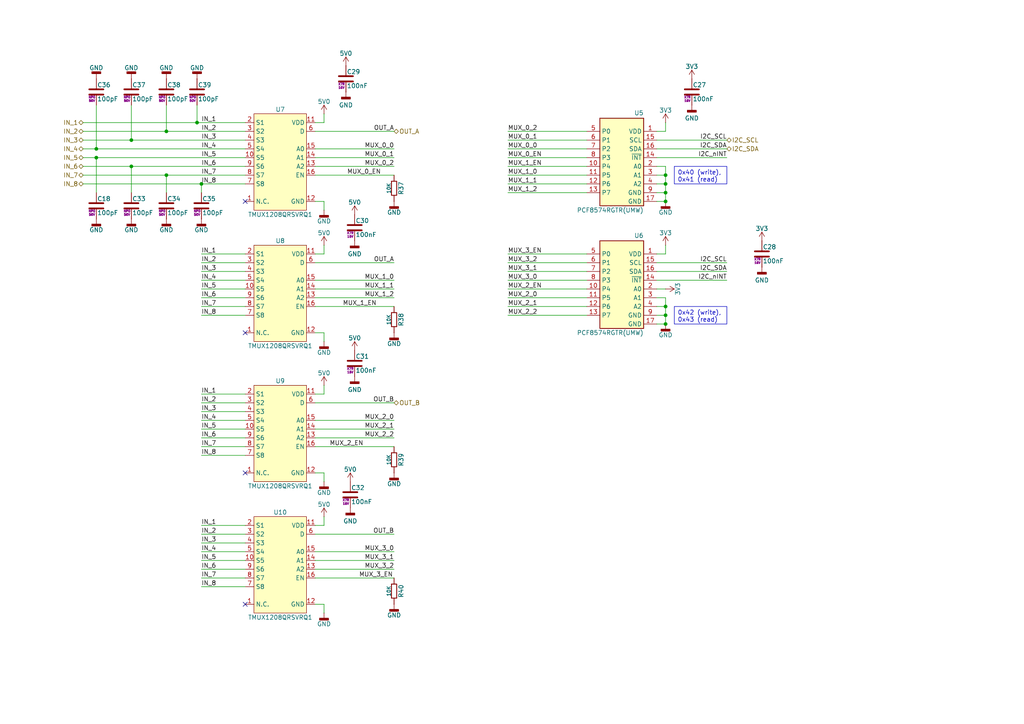
<source format=kicad_sch>
(kicad_sch (version 20250114) (generator "eeschema") (generator_version "9.0")
  (paper "A4")
  (lib_symbols
    (symbol "Capacitor:CC0402JRNPO9BN101" (pin_numbers (hide yes)) (pin_names (offset 0) (hide yes))
      (property "Reference" "C" (at 0.254 2.032 0))
      (property "Value" "100pF" (at 0.254 -2.032 0))
      (property "Dielectric" "NP0" (at -1.27 -1.524 0))
      (property "Voltage" "50V" (at -1.27 -2.54 0))
      (symbol "CC0402JRNPO9BN101_0_1"
        (polyline (pts (xy -2.032 0.762) (xy 2.032 0.762)) (stroke (width 0.508)))
        (polyline (pts (xy -2.032 -0.762) (xy 2.032 -0.762)) (stroke (width 0.508)))
      )
      (symbol "CC0402JRNPO9BN101_1_1"
        (pin passive line (at 0 3.81 270) (length 2.794) (name "~") (number "1"))
        (pin passive line (at 0 -3.81 90) (length 2.794) (name "~") (number "2"))
      )
    )
    (symbol "Capacitor:CL05B104KO5NNNC" (pin_numbers (hide yes)) (pin_names (offset 0) (hide yes))
      (property "Reference" "C" (at 0.254 2.032 0))
      (property "Value" "100nF" (at 0.254 -2.032 0))
      (property "Dielectric" "X7R" (at -1.27 -1.524 0))
      (property "Voltage" "16V" (at -1.27 -2.54 0))
      (symbol "CL05B104KO5NNNC_0_1"
        (polyline (pts (xy -2.032 0.762) (xy 2.032 0.762)) (stroke (width 0.508)))
        (polyline (pts (xy -2.032 -0.762) (xy 2.032 -0.762)) (stroke (width 0.508)))
      )
      (symbol "CL05B104KO5NNNC_1_1"
        (pin passive line (at 0 3.81 270) (length 2.794) (name "~") (number "1"))
        (pin passive line (at 0 -3.81 90) (length 2.794) (name "~") (number "2"))
      )
    )
    (symbol "ICs:PCF8574RGTR"
      (property "Reference" "U" (at -6.35 12.954 0))
      (property "Value" "PCF8574RGTR(UMW)" (at -6.35 -15.24 0))
      (symbol "PCF8574RGTR_0_1"
        (rectangle (start -6.35 11.43) (end 6.35 -13.97) (stroke (width 0.254)) (fill (type background)))
      )
      (symbol "PCF8574RGTR_1_1"
        (pin power_in line (at -10.16 7.62 0) (length 3.81) (name "VDD") (number "1"))
        (pin input line (at -10.16 5.08 0) (length 3.81) (name "SCL") (number "15"))
        (pin bidirectional line (at -10.16 2.54 0) (length 3.81) (name "SDA") (number "16"))
        (pin open_collector line (at -10.16 0 0) (length 3.81) (name "~{INT}") (number "14"))
        (pin input line (at -10.16 -2.54 0) (length 3.81) (name "A0") (number "2"))
        (pin input line (at -10.16 -5.08 0) (length 3.81) (name "A1") (number "3"))
        (pin input line (at -10.16 -7.62 0) (length 3.81) (name "A2") (number "4"))
        (pin power_in line (at -10.16 -10.16 0) (length 3.81) (name "GND") (number "9"))
        (pin power_in line (at -10.16 -12.7 0) (length 3.81) (name "GND") (number "17"))
        (pin bidirectional line (at 10.16 7.62 180) (length 3.81) (name "P0") (number "5"))
        (pin bidirectional line (at 10.16 5.08 180) (length 3.81) (name "P1") (number "6"))
        (pin bidirectional line (at 10.16 2.54 180) (length 3.81) (name "P2") (number "7"))
        (pin bidirectional line (at 10.16 0 180) (length 3.81) (name "P3") (number "8"))
        (pin bidirectional line (at 10.16 -2.54 180) (length 3.81) (name "P4") (number "10"))
        (pin bidirectional line (at 10.16 -5.08 180) (length 3.81) (name "P5") (number "11"))
        (pin bidirectional line (at 10.16 -7.62 180) (length 3.81) (name "P6") (number "12"))
        (pin bidirectional line (at 10.16 -10.16 180) (length 3.81) (name "P7") (number "13"))
      )
    )
    (symbol "ICs:TMUX1208QRSVRQ1"
      (property "Reference" "U" (at 0 13.97 0))
      (property "Value" "TMUX1208QRSVRQ1" (at 0 -16.51 0))
      (symbol "TMUX1208QRSVRQ1_0_1"
        (rectangle (start -7.62 12.7) (end 7.62 -15.24) (fill (type background)))
        (pin unspecified line (at -10.16 10.16 0) (length 2.54) (name "VDD") (number "11"))
        (pin unspecified line (at -10.16 7.62 0) (length 2.54) (name "D") (number "6"))
        (pin unspecified line (at -10.16 2.54 0) (length 2.54) (name "A0") (number "15"))
        (pin unspecified line (at -10.16 0 0) (length 2.54) (name "A1") (number "14"))
        (pin unspecified line (at -10.16 -2.54 0) (length 2.54) (name "A2") (number "13"))
        (pin unspecified line (at -10.16 -5.08 0) (length 2.54) (name "EN") (number "16"))
        (pin unspecified line (at -10.16 -12.7 0) (length 2.54) (name "GND") (number "12"))
        (pin unspecified line (at 10.16 10.16 180) (length 2.54) (name "S1") (number "2"))
        (pin unspecified line (at 10.16 7.62 180) (length 2.54) (name "S2") (number "3"))
        (pin unspecified line (at 10.16 5.08 180) (length 2.54) (name "S3") (number "4"))
        (pin unspecified line (at 10.16 2.54 180) (length 2.54) (name "S4") (number "5"))
        (pin unspecified line (at 10.16 0 180) (length 2.54) (name "S5") (number "10"))
        (pin unspecified line (at 10.16 -2.54 180) (length 2.54) (name "S6") (number "9"))
        (pin unspecified line (at 10.16 -5.08 180) (length 2.54) (name "S7") (number "8"))
        (pin unspecified line (at 10.16 -7.62 180) (length 2.54) (name "S8") (number "7"))
        (pin unspecified line (at 10.16 -12.7 180) (length 2.54) (name "N.C.") (number "1"))
      )
    )
    (symbol "Resistor:0402WGF1002TCE" (pin_numbers (hide yes)) (pin_names (offset 0))
      (property "Reference" "R" (at 2.032 0 90))
      (property "Value" "10K" (at -1.524 0 90))
      (symbol "0402WGF1002TCE_0_1"
        (rectangle (start -0.762 2.032) (end 0.762 -2.032) (stroke (width 0.254)))
      )
      (symbol "0402WGF1002TCE_1_1"
        (pin passive line (at 0 3.81 270) (length 1.778) (name "~") (number "1"))
        (pin passive line (at 0 -3.81 90) (length 1.778) (name "~") (number "2"))
      )
    )
    (symbol "power:+3V3" (power) (pin_numbers (hide yes)) (pin_names (offset 0) (hide yes))
      (property "Value" "+3V3" (at 0 3.556 0))
      (symbol "+3V3_0_1"
        (polyline (pts (xy -0.762 1.27) (xy 0 2.54)))
        (polyline (pts (xy 0 2.54) (xy 0.762 1.27)))
        (polyline (pts (xy 0 0) (xy 0 2.54)))
      )
      (symbol "+3V3_1_1"
        (pin power_in line (at 0 0 90) (length 0) (name "~") (number "1"))
      )
    )
    (symbol "power:+5V" (power) (pin_numbers (hide yes)) (pin_names (offset 0) (hide yes))
      (property "Value" "+5V" (at 0 3.556 0))
      (symbol "+5V_0_1"
        (polyline (pts (xy -0.762 1.27) (xy 0 2.54)))
        (polyline (pts (xy 0 2.54) (xy 0.762 1.27)))
        (polyline (pts (xy 0 0) (xy 0 2.54)))
      )
      (symbol "+5V_1_1"
        (pin power_in line (at 0 0 90) (length 0) (name "~") (number "1"))
      )
    )
    (symbol "power:GNDD" (power) (pin_numbers (hide yes)) (pin_names (offset 0) (hide yes))
      (property "Value" "GNDD" (at 0 -3.175 0))
      (symbol "GNDD_0_1"
        (rectangle (start -1.27 -1.524) (end 1.27 -2.032) (stroke (width 0.254)) (fill (type outline)))
        (polyline (pts (xy 0 0) (xy 0 -1.524)))
      )
      (symbol "GNDD_1_1"
        (pin power_in line (at 0 0 270) (length 0) (name "~") (number "1"))
      )
    )
  )
  (text_box "0x40 (write), 0x41 (read)" (at 195.58 48.26 0) (size 15.24 5.08) (margins 0.9525 0.9525 0.9525 0.9525) (effects (font (size 1.27 1.27)) (justify left top)))
  (text_box "0x42 (write), 0x43 (read)" (at 195.58 88.9 0) (size 15.24 5.08) (margins 0.9525 0.9525 0.9525 0.9525) (effects (font (size 1.27 1.27)) (justify left top)))
  (junction (at 38.1 48.26))
  (junction (at 48.26 38.1))
  (junction (at 193.04 50.8))
  (junction (at 193.04 53.34))
  (junction (at 193.04 58.42))
  (junction (at 58.42 53.34))
  (junction (at 193.04 88.9))
  (junction (at 27.94 43.18))
  (junction (at 57.15 35.56))
  (junction (at 27.94 45.72))
  (junction (at 38.1 40.64))
  (junction (at 48.26 50.8))
  (junction (at 193.04 55.88))
  (junction (at 193.04 91.44))
  (junction (at 193.04 93.98))
  (no_connect (at 71.12 58.42))
  (no_connect (at 71.12 137.16))
  (no_connect (at 71.12 96.52))
  (no_connect (at 71.12 175.26))
  (wire (pts (xy 93.98 111.76) (xy 93.98 114.3)))
  (wire (pts (xy 91.44 38.1) (xy 114.3 38.1)))
  (wire (pts (xy 93.98 152.4) (xy 91.44 152.4)))
  (wire (pts (xy 170.18 38.1) (xy 147.32 38.1)))
  (wire (pts (xy 38.1 48.26) (xy 38.1 55.88)))
  (wire (pts (xy 93.98 139.7) (xy 93.98 137.16)))
  (wire (pts (xy 193.04 91.44) (xy 193.04 93.98)))
  (wire (pts (xy 24.13 38.1) (xy 48.26 38.1)))
  (wire (pts (xy 58.42 162.56) (xy 71.12 162.56)))
  (wire (pts (xy 91.44 175.26) (xy 93.98 175.26)))
  (wire (pts (xy 91.44 96.52) (xy 93.98 96.52)))
  (wire (pts (xy 170.18 81.28) (xy 147.32 81.28)))
  (wire (pts (xy 48.26 38.1) (xy 71.12 38.1)))
  (wire (pts (xy 91.44 48.26) (xy 114.3 48.26)))
  (wire (pts (xy 193.04 86.36) (xy 193.04 88.9)))
  (wire (pts (xy 48.26 50.8) (xy 71.12 50.8)))
  (wire (pts (xy 91.44 76.2) (xy 114.3 76.2)))
  (wire (pts (xy 193.04 38.1) (xy 190.5 38.1)))
  (wire (pts (xy 91.44 58.42) (xy 93.98 58.42)))
  (wire (pts (xy 170.18 43.18) (xy 147.32 43.18)))
  (wire (pts (xy 170.18 50.8) (xy 147.32 50.8)))
  (wire (pts (xy 57.15 30.48) (xy 57.15 35.56)))
  (wire (pts (xy 91.44 121.92) (xy 114.3 121.92)))
  (wire (pts (xy 93.98 114.3) (xy 91.44 114.3)))
  (wire (pts (xy 93.98 35.56) (xy 91.44 35.56)))
  (wire (pts (xy 48.26 50.8) (xy 48.26 55.88)))
  (wire (pts (xy 58.42 129.54) (xy 71.12 129.54)))
  (wire (pts (xy 193.04 71.12) (xy 193.04 73.66)))
  (wire (pts (xy 91.44 167.64) (xy 114.3 167.64)))
  (wire (pts (xy 93.98 33.02) (xy 93.98 35.56)))
  (wire (pts (xy 58.42 165.1) (xy 71.12 165.1)))
  (wire (pts (xy 24.13 53.34) (xy 58.42 53.34)))
  (wire (pts (xy 170.18 55.88) (xy 147.32 55.88)))
  (wire (pts (xy 190.5 81.28) (xy 210.82 81.28)))
  (wire (pts (xy 58.42 167.64) (xy 71.12 167.64)))
  (wire (pts (xy 58.42 127) (xy 71.12 127)))
  (wire (pts (xy 58.42 116.84) (xy 71.12 116.84)))
  (wire (pts (xy 58.42 76.2) (xy 71.12 76.2)))
  (wire (pts (xy 24.13 35.56) (xy 57.15 35.56)))
  (wire (pts (xy 93.98 99.06) (xy 93.98 96.52)))
  (wire (pts (xy 24.13 45.72) (xy 27.94 45.72)))
  (wire (pts (xy 170.18 53.34) (xy 147.32 53.34)))
  (wire (pts (xy 170.18 91.44) (xy 147.32 91.44)))
  (wire (pts (xy 170.18 86.36) (xy 147.32 86.36)))
  (wire (pts (xy 193.04 53.34) (xy 193.04 55.88)))
  (wire (pts (xy 91.44 81.28) (xy 114.3 81.28)))
  (wire (pts (xy 91.44 162.56) (xy 114.3 162.56)))
  (wire (pts (xy 91.44 127) (xy 114.3 127)))
  (wire (pts (xy 58.42 53.34) (xy 71.12 53.34)))
  (wire (pts (xy 91.44 43.18) (xy 114.3 43.18)))
  (wire (pts (xy 91.44 154.94) (xy 114.3 154.94)))
  (wire (pts (xy 57.15 35.56) (xy 71.12 35.56)))
  (wire (pts (xy 24.13 50.8) (xy 48.26 50.8)))
  (wire (pts (xy 24.13 43.18) (xy 27.94 43.18)))
  (wire (pts (xy 58.42 83.82) (xy 71.12 83.82)))
  (wire (pts (xy 170.18 76.2) (xy 147.32 76.2)))
  (wire (pts (xy 193.04 88.9) (xy 193.04 91.44)))
  (wire (pts (xy 58.42 152.4) (xy 71.12 152.4)))
  (wire (pts (xy 190.5 83.82) (xy 193.04 83.82)))
  (wire (pts (xy 58.42 78.74) (xy 71.12 78.74)))
  (wire (pts (xy 58.42 91.44) (xy 71.12 91.44)))
  (wire (pts (xy 170.18 73.66) (xy 147.32 73.66)))
  (wire (pts (xy 58.42 53.34) (xy 58.42 55.88)))
  (wire (pts (xy 190.5 93.98) (xy 193.04 93.98)))
  (wire (pts (xy 27.94 45.72) (xy 27.94 55.88)))
  (wire (pts (xy 193.04 48.26) (xy 193.04 50.8)))
  (wire (pts (xy 58.42 86.36) (xy 71.12 86.36)))
  (wire (pts (xy 170.18 48.26) (xy 147.32 48.26)))
  (wire (pts (xy 27.94 43.18) (xy 71.12 43.18)))
  (wire (pts (xy 193.04 35.56) (xy 193.04 38.1)))
  (wire (pts (xy 190.5 40.64) (xy 210.82 40.64)))
  (wire (pts (xy 58.42 88.9) (xy 71.12 88.9)))
  (wire (pts (xy 27.94 45.72) (xy 71.12 45.72)))
  (wire (pts (xy 170.18 78.74) (xy 147.32 78.74)))
  (wire (pts (xy 58.42 124.46) (xy 71.12 124.46)))
  (wire (pts (xy 91.44 124.46) (xy 114.3 124.46)))
  (wire (pts (xy 91.44 129.54) (xy 114.3 129.54)))
  (wire (pts (xy 93.98 73.66) (xy 91.44 73.66)))
  (wire (pts (xy 190.5 45.72) (xy 210.82 45.72)))
  (wire (pts (xy 190.5 43.18) (xy 210.82 43.18)))
  (wire (pts (xy 58.42 114.3) (xy 71.12 114.3)))
  (wire (pts (xy 38.1 40.64) (xy 71.12 40.64)))
  (wire (pts (xy 58.42 121.92) (xy 71.12 121.92)))
  (wire (pts (xy 193.04 73.66) (xy 190.5 73.66)))
  (wire (pts (xy 58.42 119.38) (xy 71.12 119.38)))
  (wire (pts (xy 91.44 86.36) (xy 114.3 86.36)))
  (wire (pts (xy 93.98 60.96) (xy 93.98 58.42)))
  (wire (pts (xy 190.5 91.44) (xy 193.04 91.44)))
  (wire (pts (xy 93.98 71.12) (xy 93.98 73.66)))
  (wire (pts (xy 193.04 55.88) (xy 193.04 58.42)))
  (wire (pts (xy 190.5 86.36) (xy 193.04 86.36)))
  (wire (pts (xy 58.42 157.48) (xy 71.12 157.48)))
  (wire (pts (xy 170.18 88.9) (xy 147.32 88.9)))
  (wire (pts (xy 91.44 83.82) (xy 114.3 83.82)))
  (wire (pts (xy 91.44 137.16) (xy 93.98 137.16)))
  (wire (pts (xy 91.44 50.8) (xy 114.3 50.8)))
  (wire (pts (xy 170.18 83.82) (xy 147.32 83.82)))
  (wire (pts (xy 190.5 58.42) (xy 193.04 58.42)))
  (wire (pts (xy 170.18 45.72) (xy 147.32 45.72)))
  (wire (pts (xy 190.5 78.74) (xy 210.82 78.74)))
  (wire (pts (xy 93.98 177.8) (xy 93.98 175.26)))
  (wire (pts (xy 38.1 48.26) (xy 71.12 48.26)))
  (wire (pts (xy 190.5 55.88) (xy 193.04 55.88)))
  (wire (pts (xy 58.42 73.66) (xy 71.12 73.66)))
  (wire (pts (xy 58.42 132.08) (xy 71.12 132.08)))
  (wire (pts (xy 91.44 88.9) (xy 114.3 88.9)))
  (wire (pts (xy 190.5 53.34) (xy 193.04 53.34)))
  (wire (pts (xy 24.13 48.26) (xy 38.1 48.26)))
  (wire (pts (xy 24.13 40.64) (xy 38.1 40.64)))
  (wire (pts (xy 91.44 45.72) (xy 114.3 45.72)))
  (wire (pts (xy 27.94 30.48) (xy 27.94 43.18)))
  (wire (pts (xy 91.44 160.02) (xy 114.3 160.02)))
  (wire (pts (xy 93.98 149.86) (xy 93.98 152.4)))
  (wire (pts (xy 58.42 160.02) (xy 71.12 160.02)))
  (wire (pts (xy 170.18 40.64) (xy 147.32 40.64)))
  (wire (pts (xy 58.42 154.94) (xy 71.12 154.94)))
  (wire (pts (xy 190.5 48.26) (xy 193.04 48.26)))
  (wire (pts (xy 190.5 50.8) (xy 193.04 50.8)))
  (wire (pts (xy 91.44 165.1) (xy 114.3 165.1)))
  (wire (pts (xy 38.1 30.48) (xy 38.1 40.64)))
  (wire (pts (xy 190.5 76.2) (xy 210.82 76.2)))
  (wire (pts (xy 193.04 50.8) (xy 193.04 53.34)))
  (wire (pts (xy 48.26 30.48) (xy 48.26 38.1)))
  (wire (pts (xy 58.42 170.18) (xy 71.12 170.18)))
  (wire (pts (xy 190.5 88.9) (xy 193.04 88.9)))
  (wire (pts (xy 91.44 116.84) (xy 114.3 116.84)))
  (wire (pts (xy 58.42 81.28) (xy 71.12 81.28)))
  (label "MUX_0_1" (at 147.32 40.64 0))
  (label "MUX_1_2" (at 147.32 55.88 0))
  (label "IN_8" (at 58.42 91.44 0))
  (label "MUX_2_EN" (at 105.41 129.54 180))
  (label "IN_3" (at 58.42 78.74 0))
  (label "IN_8" (at 58.42 53.34 0))
  (label "MUX_0_EN" (at 110.49 50.8 180))
  (label "MUX_3_2" (at 114.3 165.1 180))
  (label "IN_5" (at 58.42 45.72 0))
  (label "IN_3" (at 58.42 40.64 0))
  (label "IN_8" (at 58.42 132.08 0))
  (label "IN_7" (at 58.42 129.54 0))
  (label "IN_1" (at 58.42 114.3 0))
  (label "MUX_0_1" (at 114.3 45.72 180))
  (label "MUX_1_1" (at 114.3 83.82 180))
  (label "IN_6" (at 58.42 127 0))
  (label "IN_4" (at 58.42 81.28 0))
  (label "OUT_A" (at 114.3 76.2 180))
  (label "IN_8" (at 58.42 170.18 0))
  (label "MUX_3_2" (at 147.32 76.2 0))
  (label "MUX_1_EN" (at 109.22 88.9 180))
  (label "IN_2" (at 58.42 116.84 0))
  (label "MUX_3_0" (at 147.32 81.28 0))
  (label "MUX_1_0" (at 114.3 81.28 180))
  (label "IN_5" (at 58.42 124.46 0))
  (label "OUT_B" (at 114.3 154.94 180))
  (label "IN_6" (at 58.42 86.36 0))
  (label "IN_7" (at 58.42 167.64 0))
  (label "IN_5" (at 58.42 162.56 0))
  (label "IN_6" (at 58.42 48.26 0))
  (label "MUX_0_EN" (at 147.32 45.72 0))
  (label "MUX_3_EN" (at 104.14 167.64 0))
  (label "I2C_SDA" (at 210.82 78.74 180))
  (label "MUX_1_EN" (at 147.32 48.26 0))
  (label "MUX_2_2" (at 147.32 91.44 0))
  (label "IN_6" (at 58.42 165.1 0))
  (label "MUX_0_2" (at 114.3 48.26 180))
  (label "MUX_1_1" (at 147.32 53.34 0))
  (label "IN_2" (at 58.42 76.2 0))
  (label "IN_7" (at 58.42 50.8 0))
  (label "MUX_2_1" (at 114.3 124.46 180))
  (label "IN_3" (at 58.42 157.48 0))
  (label "IN_4" (at 58.42 160.02 0))
  (label "MUX_2_1" (at 147.32 88.9 0))
  (label "IN_5" (at 58.42 83.82 0))
  (label "MUX_0_0" (at 114.3 43.18 180))
  (label "MUX_3_0" (at 114.3 160.02 180))
  (label "IN_2" (at 58.42 154.94 0))
  (label "MUX_2_0" (at 114.3 121.92 180))
  (label "IN_1" (at 58.42 73.66 0))
  (label "IN_4" (at 58.42 43.18 0))
  (label "I2C_SCL" (at 210.82 76.2 180))
  (label "MUX_3_EN" (at 147.32 73.66 0))
  (label "I2C_SCL" (at 210.82 40.64 180))
  (label "IN_7" (at 58.42 88.9 0))
  (label "IN_3" (at 58.42 119.38 0))
  (label "MUX_0_0" (at 147.32 43.18 0))
  (label "OUT_B" (at 114.3 116.84 180))
  (label "IN_2" (at 58.42 38.1 0))
  (label "MUX_2_EN" (at 147.32 83.82 0))
  (label "OUT_A" (at 114.3 38.1 180))
  (label "MUX_2_0" (at 147.32 86.36 0))
  (label "MUX_0_2" (at 147.32 38.1 0))
  (label "MUX_1_0" (at 147.32 50.8 0))
  (label "MUX_3_1" (at 147.32 78.74 0))
  (label "I2C_nINT" (at 210.82 81.28 180))
  (label "IN_4" (at 58.42 121.92 0))
  (label "IN_1" (at 58.42 35.56 0))
  (label "MUX_3_1" (at 114.3 162.56 180))
  (label "I2C_SDA" (at 210.82 43.18 180))
  (label "MUX_2_2" (at 114.3 127 180))
  (label "IN_1" (at 58.42 152.4 0))
  (label "I2C_nINT" (at 210.82 45.72 180))
  (label "MUX_1_2" (at 114.3 86.36 180))
  (hierarchical_label "IN_3" (shape bidirectional) (at 24.13 40.64 180))
  (hierarchical_label "OUT_B" (shape bidirectional) (at 114.3 116.84 0))
  (hierarchical_label "I2C_SDA" (shape bidirectional) (at 210.82 43.18 0))
  (hierarchical_label "IN_6" (shape bidirectional) (at 24.13 48.26 180))
  (hierarchical_label "I2C_SCL" (shape bidirectional) (at 210.82 40.64 0))
  (hierarchical_label "IN_4" (shape bidirectional) (at 24.13 43.18 180))
  (hierarchical_label "IN_7" (shape bidirectional) (at 24.13 50.8 180))
  (hierarchical_label "IN_8" (shape bidirectional) (at 24.13 53.34 180))
  (hierarchical_label "IN_2" (shape bidirectional) (at 24.13 38.1 180))
  (hierarchical_label "IN_1" (shape bidirectional) (at 24.13 35.56 180))
  (hierarchical_label "OUT_A" (shape bidirectional) (at 114.3 38.1 0))
  (hierarchical_label "IN_5" (shape bidirectional) (at 24.13 45.72 180))
  (symbol (lib_id "Resistor:0402WGF1002TCE") (at 114.3 54.61 0) (unit 1)
    (property "Reference" "R37" (at 116.332 54.61 90))
    (property "Value" "10K" (at 112.776 54.61 90) (effects (font (size 1.016 1.016))))
    (property "Footprint" "7Sigma:R_0402_1005Metric" (effects (hide yes)))
    (property "Datasheet" "https://atta.szlcsc.com/upload/public/pdf/source/20200306/C422600_1E6D84923E4A46A82E41ADD87F860B5C.pdf" (effects (hide yes)))
    (property "Description" "10K 63mW 1% 0402" (effects (hide yes)))
    (property "Power" "63mW" (effects (hide yes)))
    (property "Tolerance" "1%" (effects (hide yes)))
    (property "Footprint_Name" "0402" (effects (hide yes)))
    (property "Manufacturer 1" "Uni-Royal" (effects (hide yes)))
    (property "Manufacturer Part Number 1" "0402WGF1002TCE" (effects (hide yes)))
    (property "Supplier 1" "LCSC" (effects (hide yes)))
    (property "Supplier Part Number 1" "C25744" (effects (hide yes)))
    (property "LCSC Part" "C25744" (effects (hide yes)))
  )
  (symbol (lib_id "ICs:PCF8574RGTR") (at 180.34 45.72 0) (mirror y) (unit 1)
    (property "Reference" "U5" (at 186.69 32.766 0) (effects (justify left)))
    (property "Value" "PCF8574RGTR(UMW)" (at 186.69 60.96 0) (effects (justify left)))
    (property "Footprint" "7Sigma:QFN-16-1EP_3x3mm_P0.5mm_EP1.7x1.7mm_ThermalVias" (effects (hide yes)))
    (property "Datasheet" "https://www.lcsc.com/datasheet/C22396384.pdf" (effects (hide yes)))
    (property "Description" "I2C I/O Port Expander" (effects (hide yes)))
    (property "Manufacturer 1" "UMW" (effects (hide yes)))
    (property "Manufacturer Part Number 1" "PCF8574RGTR(UMW)" (effects (hide yes)))
    (property "Supplier 1" "LCSC" (effects (hide yes)))
    (property "Supplier Part Number 1" "C22396384" (effects (hide yes)))
    (property "LCSC Part" "C22396384" (effects (hide yes)))
  )
  (symbol (lib_id "ICs:TMUX1208QRSVRQ1") (at 81.28 124.46 0) (mirror y) (unit 1)
    (property "Reference" "U9" (at 81.28 110.49 0))
    (property "Value" "TMUX1208QRSVRQ1" (at 81.28 140.97 0))
    (property "Footprint" "7Sigma:UQFN-16_1.8x2.6mm_P0.4mm" (effects (hide yes)))
    (property "Datasheet" "https://www.ti.com/lit/ds/symlink/tmux1208-q1.pdf" (effects (hide yes)))
    (property "Description" "I2C I/O Port Expander" (effects (hide yes)))
    (property "Manufacturer 1" "UMW" (effects (hide yes)))
    (property "Manufacturer Part Number 1" "TMUX1208QRSVRQ1" (effects (hide yes)))
    (property "Supplier 1" "LCSC" (effects (hide yes)))
    (property "Supplier Part Number 1" "C2876797" (effects (hide yes)))
    (property "LCSC Part" "C2876797" (effects (hide yes)))
  )
  (symbol (lib_id "power:GNDD") (at 93.98 60.96 0) (unit 1)
    (property "Reference" "#PWR066" (effects (hide yes)))
    (property "Value" "GND" (at 93.98 64.135 0))
    (property "Description" "Power symbol creates a global label with name \"GNDD\" , digital ground" (effects (hide yes)))
  )
  (symbol (lib_id "power:GNDD") (at 58.42 63.5 0) (unit 1)
    (property "Reference" "#PWR07" (effects (hide yes)))
    (property "Value" "GND" (at 58.42 66.675 0))
    (property "Description" "Power symbol creates a global label with name \"GNDD\" , digital ground" (effects (hide yes)))
  )
  (symbol (lib_id "power:+5V") (at 102.87 101.6 0) (unit 1)
    (property "Reference" "#PWR095" (effects (hide yes)))
    (property "Value" "5V0" (at 102.87 98.044 0))
    (property "Description" "Power symbol creates a global label with name \"+5V\"" (effects (hide yes)))
  )
  (symbol (lib_id "power:+5V") (at 100.33 19.05 0) (unit 1)
    (property "Reference" "#PWR091" (effects (hide yes)))
    (property "Value" "5V0" (at 100.33 15.494 0))
    (property "Description" "Power symbol creates a global label with name \"+5V\"" (effects (hide yes)))
  )
  (symbol (lib_id "power:+5V") (at 93.98 33.02 0) (unit 1)
    (property "Reference" "#PWR058" (effects (hide yes)))
    (property "Value" "5V0" (at 93.98 29.464 0))
    (property "Description" "Power symbol creates a global label with name \"+5V\"" (effects (hide yes)))
  )
  (symbol (lib_id "Capacitor:CC0402JRNPO9BN101") (at 27.94 59.69 0) (unit 1)
    (property "Reference" "C18" (at 28.194 57.658 0) (effects (justify left)))
    (property "Value" "100pF" (at 28.194 61.722 0) (effects (justify left)))
    (property "Footprint" "7Sigma:C_0402_1005Metric" (effects (hide yes)))
    (property "Datasheet" "https://www.lcsc.com/datasheet/C106200.pdf" (effects (hide yes)))
    (property "Description" "100pF 50V NP0 5% 0402" (effects (hide yes)))
    (property "Dielectric" "NP0" (at 26.67 61.214 0) (effects (font (size 0.635 0.635))))
    (property "Voltage" "50V" (at 26.67 62.23 0) (effects (font (size 0.635 0.635))))
    (property "Tolerance" "5%" (effects (hide yes)))
    (property "Footprint_Name" "0402" (effects (hide yes)))
    (property "Manufacturer 1" "YAGEO" (effects (hide yes)))
    (property "Manufacturer Part Number 1" "CC0402JRNPO9BN101" (effects (hide yes)))
    (property "Supplier 1" "LCSC" (effects (hide yes)))
    (property "Supplier Part Number 1" "C106200" (effects (hide yes)))
    (property "LCSC Part" "C106200" (effects (hide yes)))
  )
  (symbol (lib_id "power:+3V3") (at 193.04 71.12 0) (mirror y) (unit 1)
    (property "Reference" "#PWR069" (effects (hide yes)))
    (property "Value" "3V3" (at 193.04 67.564 0))
    (property "Description" "Power symbol creates a global label with name \"+3V3\"" (effects (hide yes)))
  )
  (symbol (lib_id "power:+5V") (at 93.98 71.12 0) (unit 1)
    (property "Reference" "#PWR059" (effects (hide yes)))
    (property "Value" "5V0" (at 93.98 67.564 0))
    (property "Description" "Power symbol creates a global label with name \"+5V\"" (effects (hide yes)))
  )
  (symbol (lib_id "Capacitor:CC0402JRNPO9BN101") (at 38.1 59.69 0) (unit 1)
    (property "Reference" "C33" (at 38.354 57.658 0) (effects (justify left)))
    (property "Value" "100pF" (at 38.354 61.722 0) (effects (justify left)))
    (property "Footprint" "7Sigma:C_0402_1005Metric" (effects (hide yes)))
    (property "Datasheet" "https://www.lcsc.com/datasheet/C106200.pdf" (effects (hide yes)))
    (property "Description" "100pF 50V NP0 5% 0402" (effects (hide yes)))
    (property "Dielectric" "NP0" (at 36.83 61.214 0) (effects (font (size 0.635 0.635))))
    (property "Voltage" "50V" (at 36.83 62.23 0) (effects (font (size 0.635 0.635))))
    (property "Tolerance" "5%" (effects (hide yes)))
    (property "Footprint_Name" "0402" (effects (hide yes)))
    (property "Manufacturer 1" "YAGEO" (effects (hide yes)))
    (property "Manufacturer Part Number 1" "CC0402JRNPO9BN101" (effects (hide yes)))
    (property "Supplier 1" "LCSC" (effects (hide yes)))
    (property "Supplier Part Number 1" "C106200" (effects (hide yes)))
    (property "LCSC Part" "C106200" (effects (hide yes)))
  )
  (symbol (lib_id "Capacitor:CL05B104KO5NNNC") (at 100.33 22.86 0) (unit 1)
    (property "Reference" "C29" (at 100.584 20.828 0) (effects (justify left)))
    (property "Value" "100nF" (at 100.584 24.892 0) (effects (justify left)))
    (property "Footprint" "7Sigma:C_0402_1005Metric" (effects (hide yes)))
    (property "Datasheet" "https://wmsc.lcsc.com/wmsc/upload/file/pdf/v2/lcsc/2304140030_Samsung-Electro-Mechanics-CL05B104KO5NNNC_C1525.pdf" (effects (hide yes)))
    (property "Description" "100nF 16V 10% 0402" (effects (hide yes)))
    (property "Dielectric" "X7R" (at 99.06 24.384 0) (effects (font (size 0.635 0.635))))
    (property "Voltage" "16V" (at 99.06 25.4 0) (effects (font (size 0.635 0.635))))
    (property "Tolerance" "10%" (effects (hide yes)))
    (property "Footprint_Name" "0402" (effects (hide yes)))
    (property "Manufacturer 1" "Samsung Electro-Mechanics" (effects (hide yes)))
    (property "Manufacturer Part Number 1" "CL05B104KO5NNNC" (effects (hide yes)))
    (property "Supplier 1" "LCSC" (effects (hide yes)))
    (property "Supplier Part Number 1" "C1525" (effects (hide yes)))
    (property "LCSC Part" "C1525" (effects (hide yes)))
    (property "JLCPCB Part Class" "Basic Part" (effects (hide yes)))
  )
  (symbol (lib_id "power:+3V3") (at 200.66 22.86 0) (unit 1)
    (property "Reference" "#PWR038" (effects (hide yes)))
    (property "Value" "3V3" (at 200.66 19.304 0))
    (property "Description" "Power symbol creates a global label with name \"+3V3\"" (effects (hide yes)))
  )
  (symbol (lib_id "Capacitor:CL05B104KO5NNNC") (at 200.66 26.67 0) (unit 1)
    (property "Reference" "C27" (at 200.914 24.638 0) (effects (justify left)))
    (property "Value" "100nF" (at 200.914 28.702 0) (effects (justify left)))
    (property "Footprint" "7Sigma:C_0402_1005Metric" (effects (hide yes)))
    (property "Datasheet" "https://wmsc.lcsc.com/wmsc/upload/file/pdf/v2/lcsc/2304140030_Samsung-Electro-Mechanics-CL05B104KO5NNNC_C1525.pdf" (effects (hide yes)))
    (property "Description" "100nF 16V 10% 0402" (effects (hide yes)))
    (property "Dielectric" "X7R" (at 199.39 28.194 0) (effects (font (size 0.635 0.635))))
    (property "Voltage" "16V" (at 199.39 29.21 0) (effects (font (size 0.635 0.635))))
    (property "Tolerance" "10%" (effects (hide yes)))
    (property "Footprint_Name" "0402" (effects (hide yes)))
    (property "Manufacturer 1" "Samsung Electro-Mechanics" (effects (hide yes)))
    (property "Manufacturer Part Number 1" "CL05B104KO5NNNC" (effects (hide yes)))
    (property "Supplier 1" "LCSC" (effects (hide yes)))
    (property "Supplier Part Number 1" "C1525" (effects (hide yes)))
    (property "LCSC Part" "C1525" (effects (hide yes)))
    (property "JLCPCB Part Class" "Basic Part" (effects (hide yes)))
  )
  (symbol (lib_id "power:+3V3") (at 193.04 35.56 0) (mirror y) (unit 1)
    (property "Reference" "#PWR062" (effects (hide yes)))
    (property "Value" "3V3" (at 193.04 32.004 0))
    (property "Description" "Power symbol creates a global label with name \"+3V3\"" (effects (hide yes)))
  )
  (symbol (lib_id "power:GNDD") (at 38.1 63.5 0) (unit 1)
    (property "Reference" "#PWR045" (effects (hide yes)))
    (property "Value" "GND" (at 38.1 66.675 0))
    (property "Description" "Power symbol creates a global label with name \"GNDD\" , digital ground" (effects (hide yes)))
  )
  (symbol (lib_id "power:+3V3") (at 220.98 69.85 0) (unit 1)
    (property "Reference" "#PWR089" (effects (hide yes)))
    (property "Value" "3V3" (at 220.98 66.294 0))
    (property "Description" "Power symbol creates a global label with name \"+3V3\"" (effects (hide yes)))
  )
  (symbol (lib_id "power:+5V") (at 93.98 111.76 0) (unit 1)
    (property "Reference" "#PWR060" (effects (hide yes)))
    (property "Value" "5V0" (at 93.98 108.204 0))
    (property "Description" "Power symbol creates a global label with name \"+5V\"" (effects (hide yes)))
  )
  (symbol (lib_id "ICs:PCF8574RGTR") (at 180.34 81.28 0) (mirror y) (unit 1)
    (property "Reference" "U6" (at 186.69 68.326 0) (effects (justify left)))
    (property "Value" "PCF8574RGTR(UMW)" (at 186.69 96.52 0) (effects (justify left)))
    (property "Footprint" "7Sigma:QFN-16-1EP_3x3mm_P0.5mm_EP1.7x1.7mm_ThermalVias" (effects (hide yes)))
    (property "Datasheet" "https://www.lcsc.com/datasheet/C22396384.pdf" (effects (hide yes)))
    (property "Description" "I2C I/O Port Expander" (effects (hide yes)))
    (property "Manufacturer 1" "UMW" (effects (hide yes)))
    (property "Manufacturer Part Number 1" "PCF8574RGTR(UMW)" (effects (hide yes)))
    (property "Supplier 1" "LCSC" (effects (hide yes)))
    (property "Supplier Part Number 1" "C22396384" (effects (hide yes)))
    (property "LCSC Part" "C22396384" (effects (hide yes)))
  )
  (symbol (lib_id "power:GNDD") (at 93.98 177.8 0) (unit 1)
    (property "Reference" "#PWR063" (effects (hide yes)))
    (property "Value" "GND" (at 93.98 180.975 0))
    (property "Description" "Power symbol creates a global label with name \"GNDD\" , digital ground" (effects (hide yes)))
  )
  (symbol (lib_id "power:GNDD") (at 114.3 58.42 0) (unit 1)
    (property "Reference" "#PWR073" (effects (hide yes)))
    (property "Value" "GND" (at 114.3 61.595 0))
    (property "Description" "Power symbol creates a global label with name \"GNDD\" , digital ground" (effects (hide yes)))
  )
  (symbol (lib_id "Capacitor:CC0402JRNPO9BN101") (at 48.26 59.69 0) (unit 1)
    (property "Reference" "C34" (at 48.514 57.658 0) (effects (justify left)))
    (property "Value" "100pF" (at 48.514 61.722 0) (effects (justify left)))
    (property "Footprint" "7Sigma:C_0402_1005Metric" (effects (hide yes)))
    (property "Datasheet" "https://www.lcsc.com/datasheet/C106200.pdf" (effects (hide yes)))
    (property "Description" "100pF 50V NP0 5% 0402" (effects (hide yes)))
    (property "Dielectric" "NP0" (at 46.99 61.214 0) (effects (font (size 0.635 0.635))))
    (property "Voltage" "50V" (at 46.99 62.23 0) (effects (font (size 0.635 0.635))))
    (property "Tolerance" "5%" (effects (hide yes)))
    (property "Footprint_Name" "0402" (effects (hide yes)))
    (property "Manufacturer 1" "YAGEO" (effects (hide yes)))
    (property "Manufacturer Part Number 1" "CC0402JRNPO9BN101" (effects (hide yes)))
    (property "Supplier 1" "LCSC" (effects (hide yes)))
    (property "Supplier Part Number 1" "C106200" (effects (hide yes)))
    (property "LCSC Part" "C106200" (effects (hide yes)))
  )
  (symbol (lib_id "power:GNDD") (at 114.3 137.16 0) (unit 1)
    (property "Reference" "#PWR075" (effects (hide yes)))
    (property "Value" "GND" (at 114.3 140.335 0))
    (property "Description" "Power symbol creates a global label with name \"GNDD\" , digital ground" (effects (hide yes)))
  )
  (symbol (lib_id "power:GNDD") (at 48.26 22.86 180) (unit 1)
    (property "Reference" "#PWR0102" (effects (hide yes)))
    (property "Value" "GND" (at 48.26 19.685 0))
    (property "Description" "Power symbol creates a global label with name \"GNDD\" , digital ground" (effects (hide yes)))
  )
  (symbol (lib_id "power:GNDD") (at 27.94 22.86 180) (unit 1)
    (property "Reference" "#PWR0104" (effects (hide yes)))
    (property "Value" "GND" (at 27.94 19.685 0))
    (property "Description" "Power symbol creates a global label with name \"GNDD\" , digital ground" (effects (hide yes)))
  )
  (symbol (lib_id "power:GNDD") (at 102.87 69.85 0) (unit 1)
    (property "Reference" "#PWR094" (effects (hide yes)))
    (property "Value" "GND" (at 102.87 73.66 0))
    (property "Description" "Power symbol creates a global label with name \"GNDD\" , digital ground" (effects (hide yes)))
  )
  (symbol (lib_id "ICs:TMUX1208QRSVRQ1") (at 81.28 162.56 0) (mirror y) (unit 1)
    (property "Reference" "U10" (at 81.28 148.59 0))
    (property "Value" "TMUX1208QRSVRQ1" (at 81.28 179.07 0))
    (property "Footprint" "7Sigma:UQFN-16_1.8x2.6mm_P0.4mm" (effects (hide yes)))
    (property "Datasheet" "https://www.ti.com/lit/ds/symlink/tmux1208-q1.pdf" (effects (hide yes)))
    (property "Description" "I2C I/O Port Expander" (effects (hide yes)))
    (property "Manufacturer 1" "UMW" (effects (hide yes)))
    (property "Manufacturer Part Number 1" "TMUX1208QRSVRQ1" (effects (hide yes)))
    (property "Supplier 1" "LCSC" (effects (hide yes)))
    (property "Supplier Part Number 1" "C2876797" (effects (hide yes)))
    (property "LCSC Part" "C2876797" (effects (hide yes)))
  )
  (symbol (lib_id "power:GNDD") (at 193.04 58.42 0) (unit 1)
    (property "Reference" "#PWR067" (effects (hide yes)))
    (property "Value" "GND" (at 193.04 61.595 0))
    (property "Description" "Power symbol creates a global label with name \"GNDD\" , digital ground" (effects (hide yes)))
  )
  (symbol (lib_id "Resistor:0402WGF1002TCE") (at 114.3 171.45 0) (unit 1)
    (property "Reference" "R40" (at 116.332 171.45 90))
    (property "Value" "10K" (at 112.776 171.45 90) (effects (font (size 1.016 1.016))))
    (property "Footprint" "7Sigma:R_0402_1005Metric" (effects (hide yes)))
    (property "Datasheet" "https://atta.szlcsc.com/upload/public/pdf/source/20200306/C422600_1E6D84923E4A46A82E41ADD87F860B5C.pdf" (effects (hide yes)))
    (property "Description" "10K 63mW 1% 0402" (effects (hide yes)))
    (property "Power" "63mW" (effects (hide yes)))
    (property "Tolerance" "1%" (effects (hide yes)))
    (property "Footprint_Name" "0402" (effects (hide yes)))
    (property "Manufacturer 1" "Uni-Royal" (effects (hide yes)))
    (property "Manufacturer Part Number 1" "0402WGF1002TCE" (effects (hide yes)))
    (property "Supplier 1" "LCSC" (effects (hide yes)))
    (property "Supplier Part Number 1" "C25744" (effects (hide yes)))
    (property "LCSC Part" "C25744" (effects (hide yes)))
  )
  (symbol (lib_id "Capacitor:CC0402JRNPO9BN101") (at 27.94 26.67 0) (unit 1)
    (property "Reference" "C36" (at 28.194 24.638 0) (effects (justify left)))
    (property "Value" "100pF" (at 28.194 28.702 0) (effects (justify left)))
    (property "Footprint" "7Sigma:C_0402_1005Metric" (effects (hide yes)))
    (property "Datasheet" "https://www.lcsc.com/datasheet/C106200.pdf" (effects (hide yes)))
    (property "Description" "100pF 50V NP0 5% 0402" (effects (hide yes)))
    (property "Dielectric" "NP0" (at 26.67 28.194 0) (effects (font (size 0.635 0.635))))
    (property "Voltage" "50V" (at 26.67 29.21 0) (effects (font (size 0.635 0.635))))
    (property "Tolerance" "5%" (effects (hide yes)))
    (property "Footprint_Name" "0402" (effects (hide yes)))
    (property "Manufacturer 1" "YAGEO" (effects (hide yes)))
    (property "Manufacturer Part Number 1" "CC0402JRNPO9BN101" (effects (hide yes)))
    (property "Supplier 1" "LCSC" (effects (hide yes)))
    (property "Supplier Part Number 1" "C106200" (effects (hide yes)))
    (property "LCSC Part" "C106200" (effects (hide yes)))
  )
  (symbol (lib_id "Capacitor:CC0402JRNPO9BN101") (at 38.1 26.67 0) (unit 1)
    (property "Reference" "C37" (at 38.354 24.638 0) (effects (justify left)))
    (property "Value" "100pF" (at 38.354 28.702 0) (effects (justify left)))
    (property "Footprint" "7Sigma:C_0402_1005Metric" (effects (hide yes)))
    (property "Datasheet" "https://www.lcsc.com/datasheet/C106200.pdf" (effects (hide yes)))
    (property "Description" "100pF 50V NP0 5% 0402" (effects (hide yes)))
    (property "Dielectric" "NP0" (at 36.83 28.194 0) (effects (font (size 0.635 0.635))))
    (property "Voltage" "50V" (at 36.83 29.21 0) (effects (font (size 0.635 0.635))))
    (property "Tolerance" "5%" (effects (hide yes)))
    (property "Footprint_Name" "0402" (effects (hide yes)))
    (property "Manufacturer 1" "YAGEO" (effects (hide yes)))
    (property "Manufacturer Part Number 1" "CC0402JRNPO9BN101" (effects (hide yes)))
    (property "Supplier 1" "LCSC" (effects (hide yes)))
    (property "Supplier Part Number 1" "C106200" (effects (hide yes)))
    (property "LCSC Part" "C106200" (effects (hide yes)))
  )
  (symbol (lib_id "Capacitor:CL05B104KO5NNNC") (at 102.87 66.04 0) (unit 1)
    (property "Reference" "C30" (at 103.124 64.008 0) (effects (justify left)))
    (property "Value" "100nF" (at 103.124 68.072 0) (effects (justify left)))
    (property "Footprint" "7Sigma:C_0402_1005Metric" (effects (hide yes)))
    (property "Datasheet" "https://wmsc.lcsc.com/wmsc/upload/file/pdf/v2/lcsc/2304140030_Samsung-Electro-Mechanics-CL05B104KO5NNNC_C1525.pdf" (effects (hide yes)))
    (property "Description" "100nF 16V 10% 0402" (effects (hide yes)))
    (property "Dielectric" "X7R" (at 101.6 67.564 0) (effects (font (size 0.635 0.635))))
    (property "Voltage" "16V" (at 101.6 68.58 0) (effects (font (size 0.635 0.635))))
    (property "Tolerance" "10%" (effects (hide yes)))
    (property "Footprint_Name" "0402" (effects (hide yes)))
    (property "Manufacturer 1" "Samsung Electro-Mechanics" (effects (hide yes)))
    (property "Manufacturer Part Number 1" "CL05B104KO5NNNC" (effects (hide yes)))
    (property "Supplier 1" "LCSC" (effects (hide yes)))
    (property "Supplier Part Number 1" "C1525" (effects (hide yes)))
    (property "LCSC Part" "C1525" (effects (hide yes)))
    (property "JLCPCB Part Class" "Basic Part" (effects (hide yes)))
  )
  (symbol (lib_id "power:+5V") (at 102.87 62.23 0) (unit 1)
    (property "Reference" "#PWR093" (effects (hide yes)))
    (property "Value" "5V0" (at 102.87 58.674 0))
    (property "Description" "Power symbol creates a global label with name \"+5V\"" (effects (hide yes)))
  )
  (symbol (lib_id "ICs:TMUX1208QRSVRQ1") (at 81.28 83.82 0) (mirror y) (unit 1)
    (property "Reference" "U8" (at 81.28 69.85 0))
    (property "Value" "TMUX1208QRSVRQ1" (at 81.28 100.33 0))
    (property "Footprint" "7Sigma:UQFN-16_1.8x2.6mm_P0.4mm" (effects (hide yes)))
    (property "Datasheet" "https://www.ti.com/lit/ds/symlink/tmux1208-q1.pdf" (effects (hide yes)))
    (property "Description" "I2C I/O Port Expander" (effects (hide yes)))
    (property "Manufacturer 1" "UMW" (effects (hide yes)))
    (property "Manufacturer Part Number 1" "TMUX1208QRSVRQ1" (effects (hide yes)))
    (property "Supplier 1" "LCSC" (effects (hide yes)))
    (property "Supplier Part Number 1" "C2876797" (effects (hide yes)))
    (property "LCSC Part" "C2876797" (effects (hide yes)))
  )
  (symbol (lib_id "power:GNDD") (at 93.98 99.06 0) (unit 1)
    (property "Reference" "#PWR065" (effects (hide yes)))
    (property "Value" "GND" (at 93.98 102.235 0))
    (property "Description" "Power symbol creates a global label with name \"GNDD\" , digital ground" (effects (hide yes)))
  )
  (symbol (lib_id "power:GNDD") (at 27.94 63.5 0) (unit 1)
    (property "Reference" "#PWR0100" (effects (hide yes)))
    (property "Value" "GND" (at 27.94 66.675 0))
    (property "Description" "Power symbol creates a global label with name \"GNDD\" , digital ground" (effects (hide yes)))
  )
  (symbol (lib_id "Capacitor:CL05B104KO5NNNC") (at 102.87 105.41 0) (unit 1)
    (property "Reference" "C31" (at 103.124 103.378 0) (effects (justify left)))
    (property "Value" "100nF" (at 103.124 107.442 0) (effects (justify left)))
    (property "Footprint" "7Sigma:C_0402_1005Metric" (effects (hide yes)))
    (property "Datasheet" "https://wmsc.lcsc.com/wmsc/upload/file/pdf/v2/lcsc/2304140030_Samsung-Electro-Mechanics-CL05B104KO5NNNC_C1525.pdf" (effects (hide yes)))
    (property "Description" "100nF 16V 10% 0402" (effects (hide yes)))
    (property "Dielectric" "X7R" (at 101.6 106.934 0) (effects (font (size 0.635 0.635))))
    (property "Voltage" "16V" (at 101.6 107.95 0) (effects (font (size 0.635 0.635))))
    (property "Tolerance" "10%" (effects (hide yes)))
    (property "Footprint_Name" "0402" (effects (hide yes)))
    (property "Manufacturer 1" "Samsung Electro-Mechanics" (effects (hide yes)))
    (property "Manufacturer Part Number 1" "CL05B104KO5NNNC" (effects (hide yes)))
    (property "Supplier 1" "LCSC" (effects (hide yes)))
    (property "Supplier Part Number 1" "C1525" (effects (hide yes)))
    (property "LCSC Part" "C1525" (effects (hide yes)))
    (property "JLCPCB Part Class" "Basic Part" (effects (hide yes)))
  )
  (symbol (lib_id "power:+5V") (at 93.98 149.86 0) (unit 1)
    (property "Reference" "#PWR061" (effects (hide yes)))
    (property "Value" "5V0" (at 93.98 146.304 0))
    (property "Description" "Power symbol creates a global label with name \"+5V\"" (effects (hide yes)))
  )
  (symbol (lib_id "Capacitor:CC0402JRNPO9BN101") (at 48.26 26.67 0) (unit 1)
    (property "Reference" "C38" (at 48.514 24.638 0) (effects (justify left)))
    (property "Value" "100pF" (at 48.514 28.702 0) (effects (justify left)))
    (property "Footprint" "7Sigma:C_0402_1005Metric" (effects (hide yes)))
    (property "Datasheet" "https://www.lcsc.com/datasheet/C106200.pdf" (effects (hide yes)))
    (property "Description" "100pF 50V NP0 5% 0402" (effects (hide yes)))
    (property "Dielectric" "NP0" (at 46.99 28.194 0) (effects (font (size 0.635 0.635))))
    (property "Voltage" "50V" (at 46.99 29.21 0) (effects (font (size 0.635 0.635))))
    (property "Tolerance" "5%" (effects (hide yes)))
    (property "Footprint_Name" "0402" (effects (hide yes)))
    (property "Manufacturer 1" "YAGEO" (effects (hide yes)))
    (property "Manufacturer Part Number 1" "CC0402JRNPO9BN101" (effects (hide yes)))
    (property "Supplier 1" "LCSC" (effects (hide yes)))
    (property "Supplier Part Number 1" "C106200" (effects (hide yes)))
    (property "LCSC Part" "C106200" (effects (hide yes)))
  )
  (symbol (lib_id "Capacitor:CC0402JRNPO9BN101") (at 57.15 26.67 0) (unit 1)
    (property "Reference" "C39" (at 57.404 24.638 0) (effects (justify left)))
    (property "Value" "100pF" (at 57.404 28.702 0) (effects (justify left)))
    (property "Footprint" "7Sigma:C_0402_1005Metric" (effects (hide yes)))
    (property "Datasheet" "https://www.lcsc.com/datasheet/C106200.pdf" (effects (hide yes)))
    (property "Description" "100pF 50V NP0 5% 0402" (effects (hide yes)))
    (property "Dielectric" "NP0" (at 55.88 28.194 0) (effects (font (size 0.635 0.635))))
    (property "Voltage" "50V" (at 55.88 29.21 0) (effects (font (size 0.635 0.635))))
    (property "Tolerance" "5%" (effects (hide yes)))
    (property "Footprint_Name" "0402" (effects (hide yes)))
    (property "Manufacturer 1" "YAGEO" (effects (hide yes)))
    (property "Manufacturer Part Number 1" "CC0402JRNPO9BN101" (effects (hide yes)))
    (property "Supplier 1" "LCSC" (effects (hide yes)))
    (property "Supplier Part Number 1" "C106200" (effects (hide yes)))
    (property "LCSC Part" "C106200" (effects (hide yes)))
  )
  (symbol (lib_id "power:GNDD") (at 114.3 96.52 0) (unit 1)
    (property "Reference" "#PWR074" (effects (hide yes)))
    (property "Value" "GND" (at 114.3 99.695 0))
    (property "Description" "Power symbol creates a global label with name \"GNDD\" , digital ground" (effects (hide yes)))
  )
  (symbol (lib_id "power:GNDD") (at 200.66 30.48 0) (unit 1)
    (property "Reference" "#PWR088" (effects (hide yes)))
    (property "Value" "GND" (at 200.66 34.29 0))
    (property "Description" "Power symbol creates a global label with name \"GNDD\" , digital ground" (effects (hide yes)))
  )
  (symbol (lib_id "power:+5V") (at 101.6 139.7 0) (unit 1)
    (property "Reference" "#PWR097" (effects (hide yes)))
    (property "Value" "5V0" (at 101.6 136.144 0))
    (property "Description" "Power symbol creates a global label with name \"+5V\"" (effects (hide yes)))
  )
  (symbol (lib_id "Resistor:0402WGF1002TCE") (at 114.3 133.35 0) (unit 1)
    (property "Reference" "R39" (at 116.332 133.35 90))
    (property "Value" "10K" (at 112.776 133.35 90) (effects (font (size 1.016 1.016))))
    (property "Footprint" "7Sigma:R_0402_1005Metric" (effects (hide yes)))
    (property "Datasheet" "https://atta.szlcsc.com/upload/public/pdf/source/20200306/C422600_1E6D84923E4A46A82E41ADD87F860B5C.pdf" (effects (hide yes)))
    (property "Description" "10K 63mW 1% 0402" (effects (hide yes)))
    (property "Power" "63mW" (effects (hide yes)))
    (property "Tolerance" "1%" (effects (hide yes)))
    (property "Footprint_Name" "0402" (effects (hide yes)))
    (property "Manufacturer 1" "Uni-Royal" (effects (hide yes)))
    (property "Manufacturer Part Number 1" "0402WGF1002TCE" (effects (hide yes)))
    (property "Supplier 1" "LCSC" (effects (hide yes)))
    (property "Supplier Part Number 1" "C25744" (effects (hide yes)))
    (property "LCSC Part" "C25744" (effects (hide yes)))
  )
  (symbol (lib_id "power:GNDD") (at 48.26 63.5 0) (unit 1)
    (property "Reference" "#PWR043" (effects (hide yes)))
    (property "Value" "GND" (at 48.26 66.675 0))
    (property "Description" "Power symbol creates a global label with name \"GNDD\" , digital ground" (effects (hide yes)))
  )
  (symbol (lib_id "power:GNDD") (at 38.1 22.86 180) (unit 1)
    (property "Reference" "#PWR0103" (effects (hide yes)))
    (property "Value" "GND" (at 38.1 19.685 0))
    (property "Description" "Power symbol creates a global label with name \"GNDD\" , digital ground" (effects (hide yes)))
  )
  (symbol (lib_id "power:GNDD") (at 101.6 147.32 0) (unit 1)
    (property "Reference" "#PWR098" (effects (hide yes)))
    (property "Value" "GND" (at 101.6 151.13 0))
    (property "Description" "Power symbol creates a global label with name \"GNDD\" , digital ground" (effects (hide yes)))
  )
  (symbol (lib_id "Resistor:0402WGF1002TCE") (at 114.3 92.71 0) (unit 1)
    (property "Reference" "R38" (at 116.332 92.71 90))
    (property "Value" "10K" (at 112.776 92.71 90) (effects (font (size 1.016 1.016))))
    (property "Footprint" "7Sigma:R_0402_1005Metric" (effects (hide yes)))
    (property "Datasheet" "https://atta.szlcsc.com/upload/public/pdf/source/20200306/C422600_1E6D84923E4A46A82E41ADD87F860B5C.pdf" (effects (hide yes)))
    (property "Description" "10K 63mW 1% 0402" (effects (hide yes)))
    (property "Power" "63mW" (effects (hide yes)))
    (property "Tolerance" "1%" (effects (hide yes)))
    (property "Footprint_Name" "0402" (effects (hide yes)))
    (property "Manufacturer 1" "Uni-Royal" (effects (hide yes)))
    (property "Manufacturer Part Number 1" "0402WGF1002TCE" (effects (hide yes)))
    (property "Supplier 1" "LCSC" (effects (hide yes)))
    (property "Supplier Part Number 1" "C25744" (effects (hide yes)))
    (property "LCSC Part" "C25744" (effects (hide yes)))
  )
  (symbol (lib_id "power:GNDD") (at 102.87 109.22 0) (unit 1)
    (property "Reference" "#PWR096" (effects (hide yes)))
    (property "Value" "GND" (at 102.87 113.03 0))
    (property "Description" "Power symbol creates a global label with name \"GNDD\" , digital ground" (effects (hide yes)))
  )
  (symbol (lib_id "power:+3V3") (at 193.04 83.82 270) (mirror x) (unit 1)
    (property "Reference" "#PWR070" (effects (hide yes)))
    (property "Value" "3V3" (at 196.596 83.82 0))
    (property "Description" "Power symbol creates a global label with name \"+3V3\"" (effects (hide yes)))
  )
  (symbol (lib_id "power:GNDD") (at 193.04 93.98 0) (unit 1)
    (property "Reference" "#PWR068" (effects (hide yes)))
    (property "Value" "GND" (at 193.04 97.155 0))
    (property "Description" "Power symbol creates a global label with name \"GNDD\" , digital ground" (effects (hide yes)))
  )
  (symbol (lib_id "power:GNDD") (at 93.98 139.7 0) (unit 1)
    (property "Reference" "#PWR064" (effects (hide yes)))
    (property "Value" "GND" (at 93.98 142.875 0))
    (property "Description" "Power symbol creates a global label with name \"GNDD\" , digital ground" (effects (hide yes)))
  )
  (symbol (lib_id "power:GNDD") (at 100.33 26.67 0) (unit 1)
    (property "Reference" "#PWR092" (effects (hide yes)))
    (property "Value" "GND" (at 100.33 30.48 0))
    (property "Description" "Power symbol creates a global label with name \"GNDD\" , digital ground" (effects (hide yes)))
  )
  (symbol (lib_id "Capacitor:CL05B104KO5NNNC") (at 101.6 143.51 0) (unit 1)
    (property "Reference" "C32" (at 101.854 141.478 0) (effects (justify left)))
    (property "Value" "100nF" (at 101.854 145.542 0) (effects (justify left)))
    (property "Footprint" "7Sigma:C_0402_1005Metric" (effects (hide yes)))
    (property "Datasheet" "https://wmsc.lcsc.com/wmsc/upload/file/pdf/v2/lcsc/2304140030_Samsung-Electro-Mechanics-CL05B104KO5NNNC_C1525.pdf" (effects (hide yes)))
    (property "Description" "100nF 16V 10% 0402" (effects (hide yes)))
    (property "Dielectric" "X7R" (at 100.33 145.034 0) (effects (font (size 0.635 0.635))))
    (property "Voltage" "16V" (at 100.33 146.05 0) (effects (font (size 0.635 0.635))))
    (property "Tolerance" "10%" (effects (hide yes)))
    (property "Footprint_Name" "0402" (effects (hide yes)))
    (property "Manufacturer 1" "Samsung Electro-Mechanics" (effects (hide yes)))
    (property "Manufacturer Part Number 1" "CL05B104KO5NNNC" (effects (hide yes)))
    (property "Supplier 1" "LCSC" (effects (hide yes)))
    (property "Supplier Part Number 1" "C1525" (effects (hide yes)))
    (property "LCSC Part" "C1525" (effects (hide yes)))
    (property "JLCPCB Part Class" "Basic Part" (effects (hide yes)))
  )
  (symbol (lib_id "power:GNDD") (at 220.98 77.47 0) (unit 1)
    (property "Reference" "#PWR090" (effects (hide yes)))
    (property "Value" "GND" (at 220.98 81.28 0))
    (property "Description" "Power symbol creates a global label with name \"GNDD\" , digital ground" (effects (hide yes)))
  )
  (symbol (lib_id "power:GNDD") (at 114.3 175.26 0) (unit 1)
    (property "Reference" "#PWR076" (effects (hide yes)))
    (property "Value" "GND" (at 114.3 178.435 0))
    (property "Description" "Power symbol creates a global label with name \"GNDD\" , digital ground" (effects (hide yes)))
  )
  (symbol (lib_id "ICs:TMUX1208QRSVRQ1") (at 81.28 45.72 0) (mirror y) (unit 1)
    (property "Reference" "U7" (at 81.28 31.75 0))
    (property "Value" "TMUX1208QRSVRQ1" (at 81.28 62.23 0))
    (property "Footprint" "7Sigma:UQFN-16_1.8x2.6mm_P0.4mm" (effects (hide yes)))
    (property "Datasheet" "https://www.ti.com/lit/ds/symlink/tmux1208-q1.pdf" (effects (hide yes)))
    (property "Description" "I2C I/O Port Expander" (effects (hide yes)))
    (property "Manufacturer 1" "UMW" (effects (hide yes)))
    (property "Manufacturer Part Number 1" "TMUX1208QRSVRQ1" (effects (hide yes)))
    (property "Supplier 1" "LCSC" (effects (hide yes)))
    (property "Supplier Part Number 1" "C2876797" (effects (hide yes)))
    (property "LCSC Part" "C2876797" (effects (hide yes)))
  )
  (symbol (lib_id "power:GNDD") (at 57.15 22.86 180) (unit 1)
    (property "Reference" "#PWR0101" (effects (hide yes)))
    (property "Value" "GND" (at 57.15 19.685 0))
    (property "Description" "Power symbol creates a global label with name \"GNDD\" , digital ground" (effects (hide yes)))
  )
  (symbol (lib_id "Capacitor:CC0402JRNPO9BN101") (at 58.42 59.69 0) (unit 1)
    (property "Reference" "C35" (at 58.674 57.658 0) (effects (justify left)))
    (property "Value" "100pF" (at 58.674 61.722 0) (effects (justify left)))
    (property "Footprint" "7Sigma:C_0402_1005Metric" (effects (hide yes)))
    (property "Datasheet" "https://www.lcsc.com/datasheet/C106200.pdf" (effects (hide yes)))
    (property "Description" "100pF 50V NP0 5% 0402" (effects (hide yes)))
    (property "Dielectric" "NP0" (at 57.15 61.214 0) (effects (font (size 0.635 0.635))))
    (property "Voltage" "50V" (at 57.15 62.23 0) (effects (font (size 0.635 0.635))))
    (property "Tolerance" "5%" (effects (hide yes)))
    (property "Footprint_Name" "0402" (effects (hide yes)))
    (property "Manufacturer 1" "YAGEO" (effects (hide yes)))
    (property "Manufacturer Part Number 1" "CC0402JRNPO9BN101" (effects (hide yes)))
    (property "Supplier 1" "LCSC" (effects (hide yes)))
    (property "Supplier Part Number 1" "C106200" (effects (hide yes)))
    (property "LCSC Part" "C106200" (effects (hide yes)))
  )
  (symbol (lib_id "Capacitor:CL05B104KO5NNNC") (at 220.98 73.66 0) (unit 1)
    (property "Reference" "C28" (at 221.234 71.628 0) (effects (justify left)))
    (property "Value" "100nF" (at 221.234 75.692 0) (effects (justify left)))
    (property "Footprint" "7Sigma:C_0402_1005Metric" (effects (hide yes)))
    (property "Datasheet" "https://wmsc.lcsc.com/wmsc/upload/file/pdf/v2/lcsc/2304140030_Samsung-Electro-Mechanics-CL05B104KO5NNNC_C1525.pdf" (effects (hide yes)))
    (property "Description" "100nF 16V 10% 0402" (effects (hide yes)))
    (property "Dielectric" "X7R" (at 219.71 75.184 0) (effects (font (size 0.635 0.635))))
    (property "Voltage" "16V" (at 219.71 76.2 0) (effects (font (size 0.635 0.635))))
    (property "Tolerance" "10%" (effects (hide yes)))
    (property "Footprint_Name" "0402" (effects (hide yes)))
    (property "Manufacturer 1" "Samsung Electro-Mechanics" (effects (hide yes)))
    (property "Manufacturer Part Number 1" "CL05B104KO5NNNC" (effects (hide yes)))
    (property "Supplier 1" "LCSC" (effects (hide yes)))
    (property "Supplier Part Number 1" "C1525" (effects (hide yes)))
    (property "LCSC Part" "C1525" (effects (hide yes)))
    (property "JLCPCB Part Class" "Basic Part" (effects (hide yes)))
  )
)
</source>
